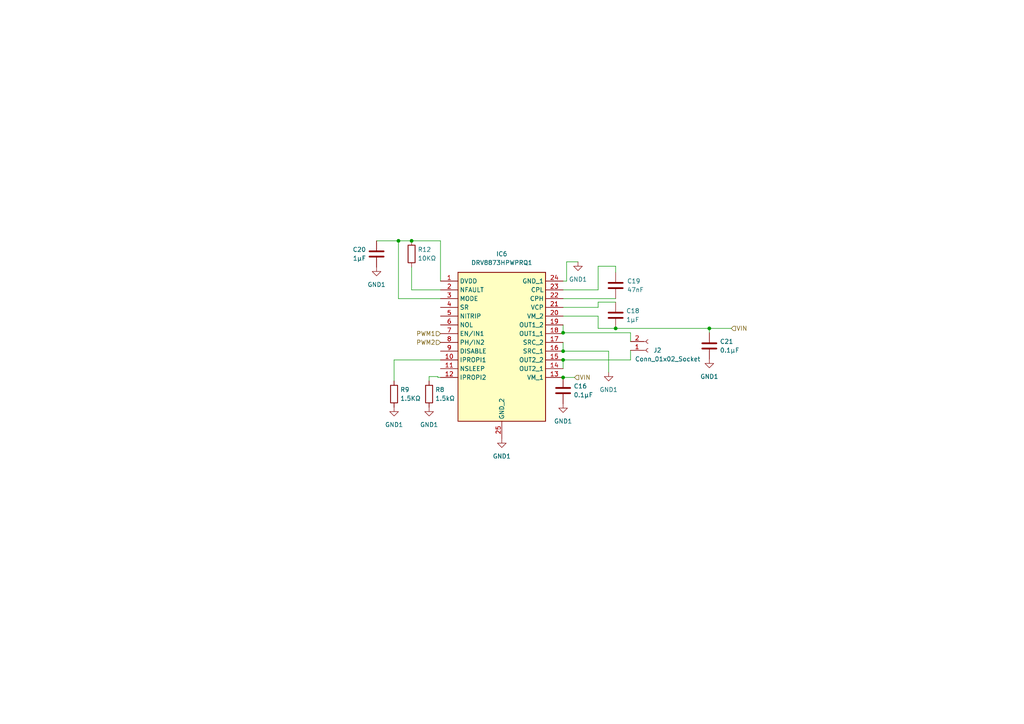
<source format=kicad_sch>
(kicad_sch (version 20230121) (generator eeschema)
  (paper "A4")
  (lib_symbols
    (symbol "Connector:Conn_01x02_Socket" (pin_names (offset 1.016) hide)
      (property "Reference" "J" (at 0 2.54 0))
      (property "Value" "Conn_01x02_Socket" (at 0 -5.08 0))
      (symbol "Conn_01x02_Socket_1_1"
        (arc (start 0 -2.032) (mid -0.5058 -2.54) (end 0 -3.048) (stroke (width 0.1524)))
        (polyline (pts (xy -1.27 -2.54) (xy -0.508 -2.54)) (stroke (width 0.1524)))
        (polyline (pts (xy -1.27 0) (xy -0.508 0)) (stroke (width 0.1524)))
        (arc (start 0 0.508) (mid -0.5058 0) (end 0 -0.508) (stroke (width 0.1524)))
        (pin passive line (at -5.08 0 0) (length 3.81) (name "Pin_1") (number "1"))
        (pin passive line (at -5.08 -2.54 0) (length 3.81) (name "Pin_2") (number "2"))
      )
    )
    (symbol "DRV8873HPWPRQ1:DRV8873HPWPRQ1"
      (property "Reference" "IC" (at 31.75 7.62 0))
      (property "Value" "DRV8873HPWPRQ1" (at 31.75 5.08 0))
      (symbol "DRV8873HPWPRQ1_1_1"
        (rectangle (start 5.08 2.54) (end 30.48 -40.64) (stroke (width 0.254)) (fill (type background)))
        (pin passive line (at 0 0 0) (length 5.08) (name "DVDD") (number "1"))
        (pin passive line (at 0 -22.86 0) (length 5.08) (name "IPROPI1") (number "10"))
        (pin passive line (at 0 -25.4 0) (length 5.08) (name "NSLEEP") (number "11"))
        (pin passive line (at 0 -27.94 0) (length 5.08) (name "IPROPI2") (number "12"))
        (pin passive line (at 35.56 -27.94 180) (length 5.08) (name "VM_1") (number "13"))
        (pin passive line (at 35.56 -25.4 180) (length 5.08) (name "OUT2_1") (number "14"))
        (pin passive line (at 35.56 -22.86 180) (length 5.08) (name "OUT2_2") (number "15"))
        (pin passive line (at 35.56 -20.32 180) (length 5.08) (name "SRC_1") (number "16"))
        (pin passive line (at 35.56 -17.78 180) (length 5.08) (name "SRC_2") (number "17"))
        (pin passive line (at 35.56 -15.24 180) (length 5.08) (name "OUT1_1") (number "18"))
        (pin passive line (at 35.56 -12.7 180) (length 5.08) (name "OUT1_2") (number "19"))
        (pin passive line (at 0 -2.54 0) (length 5.08) (name "NFAULT") (number "2"))
        (pin passive line (at 35.56 -10.16 180) (length 5.08) (name "VM_2") (number "20"))
        (pin passive line (at 35.56 -7.62 180) (length 5.08) (name "VCP") (number "21"))
        (pin passive line (at 35.56 -5.08 180) (length 5.08) (name "CPH") (number "22"))
        (pin passive line (at 35.56 -2.54 180) (length 5.08) (name "CPL") (number "23"))
        (pin passive line (at 35.56 0 180) (length 5.08) (name "GND_1") (number "24"))
        (pin passive line (at 17.78 -45.72 90) (length 5.08) (name "GND_2") (number "25"))
        (pin passive line (at 0 -5.08 0) (length 5.08) (name "MODE") (number "3"))
        (pin passive line (at 0 -7.62 0) (length 5.08) (name "SR") (number "4"))
        (pin passive line (at 0 -10.16 0) (length 5.08) (name "NITRIP") (number "5"))
        (pin passive line (at 0 -12.7 0) (length 5.08) (name "NOL") (number "6"))
        (pin passive line (at 0 -15.24 0) (length 5.08) (name "EN/IN1") (number "7"))
        (pin passive line (at 0 -17.78 0) (length 5.08) (name "PH/IN2") (number "8"))
        (pin passive line (at 0 -20.32 0) (length 5.08) (name "DISABLE") (number "9"))
      )
    )
    (symbol "Device:C" (pin_numbers hide) (pin_names (offset 0.254))
      (property "Reference" "C" (at 0.635 2.54 0))
      (property "Value" "C" (at 0.635 -2.54 0))
      (symbol "C_0_1"
        (polyline (pts (xy -2.032 -0.762) (xy 2.032 -0.762)) (stroke (width 0.508)))
        (polyline (pts (xy -2.032 0.762) (xy 2.032 0.762)) (stroke (width 0.508)))
      )
      (symbol "C_1_1"
        (pin passive line (at 0 3.81 270) (length 2.794) (name "~") (number "1"))
        (pin passive line (at 0 -3.81 90) (length 2.794) (name "~") (number "2"))
      )
    )
    (symbol "Device:R" (pin_numbers hide) (pin_names (offset 0))
      (property "Reference" "R" (at 2.032 0 90))
      (property "Value" "R" (at 0 0 90))
      (symbol "R_0_1"
        (rectangle (start -1.016 -2.54) (end 1.016 2.54) (stroke (width 0.254)))
      )
      (symbol "R_1_1"
        (pin passive line (at 0 3.81 270) (length 1.27) (name "~") (number "1"))
        (pin passive line (at 0 -3.81 90) (length 1.27) (name "~") (number "2"))
      )
    )
    (symbol "power:GND1" (power) (pin_names (offset 0))
      (property "Value" "GND1" (at 0 -3.81 0))
      (symbol "GND1_0_1"
        (polyline (pts (xy 0 0) (xy 0 -1.27) (xy 1.27 -1.27) (xy 0 -2.54) (xy -1.27 -1.27) (xy 0 -1.27)))
      )
      (symbol "GND1_1_1"
        (pin power_in line (at 0 0 270) (length 0) hide (name "GND1") (number "1"))
      )
    )
  )
  (junction (at 163.322 109.474))
  (junction (at 163.322 104.394))
  (junction (at 163.322 101.854))
  (junction (at 119.38 69.85))
  (junction (at 115.57 69.85))
  (junction (at 205.74 95.25))
  (junction (at 163.322 96.52))
  (junction (at 178.562 95.25))
  (wire (pts (xy 173.482 95.25) (xy 173.482 91.694)))
  (wire (pts (xy 173.482 77.216) (xy 178.562 77.216)))
  (wire (pts (xy 115.57 69.85) (xy 115.57 86.614)))
  (wire (pts (xy 115.57 86.614) (xy 127.762 86.614)))
  (wire (pts (xy 167.64 75.946) (xy 164.338 75.946)))
  (wire (pts (xy 127.762 69.85) (xy 127.762 81.534)))
  (wire (pts (xy 178.562 95.25) (xy 173.482 95.25)))
  (wire (pts (xy 176.53 101.854) (xy 163.322 101.854)))
  (wire (pts (xy 182.88 104.394) (xy 163.322 104.394)))
  (wire (pts (xy 119.38 84.074) (xy 127.762 84.074)))
  (wire (pts (xy 178.562 95.25) (xy 205.74 95.25)))
  (wire (pts (xy 178.562 77.216) (xy 178.562 78.994)))
  (wire (pts (xy 182.88 101.6) (xy 182.88 104.394)))
  (wire (pts (xy 205.74 96.52) (xy 205.74 95.25)))
  (wire (pts (xy 127 109.22) (xy 124.46 109.22)))
  (wire (pts (xy 182.88 96.52) (xy 163.322 96.52)))
  (wire (pts (xy 163.322 89.154) (xy 173.482 89.154)))
  (wire (pts (xy 163.322 86.614) (xy 178.562 86.614)))
  (wire (pts (xy 119.38 69.85) (xy 115.57 69.85)))
  (wire (pts (xy 119.38 69.85) (xy 127.762 69.85)))
  (wire (pts (xy 166.624 109.474) (xy 163.322 109.474)))
  (wire (pts (xy 173.482 77.216) (xy 173.482 84.074)))
  (wire (pts (xy 164.338 81.534) (xy 163.322 81.534)))
  (wire (pts (xy 163.322 96.52) (xy 163.322 96.774)))
  (wire (pts (xy 164.338 75.946) (xy 164.338 81.534)))
  (wire (pts (xy 163.322 99.314) (xy 163.322 101.854)))
  (wire (pts (xy 205.74 95.25) (xy 212.09 95.25)))
  (wire (pts (xy 173.482 84.074) (xy 163.322 84.074)))
  (wire (pts (xy 127 109.474) (xy 127.762 109.474)))
  (wire (pts (xy 182.88 99.06) (xy 182.88 96.52)))
  (wire (pts (xy 127 109.22) (xy 127 109.474)))
  (wire (pts (xy 163.322 91.694) (xy 173.482 91.694)))
  (wire (pts (xy 124.46 109.22) (xy 124.46 110.49)))
  (wire (pts (xy 114.3 104.394) (xy 127.762 104.394)))
  (wire (pts (xy 163.322 94.234) (xy 163.322 96.52)))
  (wire (pts (xy 163.322 104.394) (xy 163.322 106.934)))
  (wire (pts (xy 173.482 89.154) (xy 173.482 87.63)))
  (wire (pts (xy 119.38 77.47) (xy 119.38 84.074)))
  (wire (pts (xy 176.53 107.95) (xy 176.53 101.854)))
  (wire (pts (xy 115.57 69.85) (xy 109.22 69.85)))
  (wire (pts (xy 114.3 110.49) (xy 114.3 104.394)))
  (wire (pts (xy 173.482 87.63) (xy 178.562 87.63)))
  (hierarchical_label "PWM1" (shape input) (at 127.762 96.774 180))
  (hierarchical_label "VIN" (shape input) (at 212.09 95.25 0))
  (hierarchical_label "VIN" (shape input) (at 166.624 109.474 0))
  (hierarchical_label "PWM2" (shape input) (at 127.762 99.314 180))
  (symbol (lib_id "Device:C") (at 205.74 100.33 0) (unit 1)
    (property "Reference" "C21" (at 208.788 99.06 0) (effects (justify left)))
    (property "Value" "0.1μF" (at 208.788 101.6 0) (effects (justify left)))
    (property "Footprint" "Capacitor_SMD:C_0603_1608Metric_Pad1.08x0.95mm_HandSolder" (effects hide))
    (instances (project "mainboard2" (path "" (reference "C21") (unit 1)) (path "" (reference "C32") (unit 1)) (path "" (reference "C22") (unit 1)) (path "" (reference "C12") (unit 1)) (path "" (reference "C31") (unit 1)) (path "" (reference "C41") (unit 1))))
  )
  (symbol (lib_id "Device:R") (at 119.38 73.66 0) (unit 1)
    (property "Reference" "R12" (at 121.158 72.39 0) (effects (justify left)))
    (property "Value" "10KΩ" (at 121.158 74.93 0) (effects (justify left)))
    (property "Footprint" "Diode_SMD:D_0603_1608Metric_Pad1.05x0.95mm_HandSolder" (effects hide))
    (instances (project "mainboard2" (path "" (reference "R12") (unit 1)) (path "" (reference "R20") (unit 1)) (path "" (reference "R13") (unit 1)) (path "" (reference "R7") (unit 1)) (path "" (reference "R18") (unit 1)) (path "" (reference "R23") (unit 1))))
  )
  (symbol (lib_id "Device:C") (at 109.22 73.66 0) (mirror y) (unit 1)
    (property "Reference" "C20" (at 106.172 72.39 0) (effects (justify left)))
    (property "Value" "1μF" (at 106.172 74.93 0) (effects (justify left)))
    (property "Footprint" "Capacitor_SMD:C_0603_1608Metric_Pad1.08x0.95mm_HandSolder" (effects hide))
    (instances (project "mainboard2" (path "" (reference "C20") (unit 1)) (path "" (reference "C33") (unit 1)) (path "" (reference "C23") (unit 1)) (path "" (reference "C13") (unit 1)) (path "" (reference "C30") (unit 1)) (path "" (reference "C40") (unit 1))))
  )
  (symbol (lib_id "Device:R") (at 114.3 114.3 0) (unit 1)
    (property "Reference" "R9" (at 116.078 113.03 0) (effects (justify left)))
    (property "Value" "1.5KΩ" (at 116.078 115.57 0) (effects (justify left)))
    (property "Footprint" "Capacitor_SMD:C_0603_1608Metric_Pad1.08x0.95mm_HandSolder" (effects hide))
    (instances (project "mainboard2" (path "" (reference "R9") (unit 1)) (path "" (reference "R22") (unit 1)) (path "" (reference "R16") (unit 1)) (path "" (reference "R10") (unit 1)) (path "" (reference "R15") (unit 1)) (path "" (reference "R21") (unit 1))))
  )
  (symbol (lib_id "Connector:Conn_01x02_Socket") (at 187.96 101.6 0) (mirror x) (unit 1)
    (property "Reference" "J2" (at 189.484 101.6 0) (effects (justify left)))
    (property "Value" "Conn_01x02_Socket" (at 184.15 104.14 0) (effects (justify left)))
    (property "Footprint" "Connector_AMASS:AMASS_XT30PW-M_1x02_P2.50mm_Horizontal" (effects hide))
    (instances (project "mainboard2" (path "" (reference "J2") (unit 1)) (path "" (reference "J2") (unit 1)) (path "" (reference "J3") (unit 1)) (path "" (reference "J8") (unit 1)) (path "" (reference "J6") (unit 1)) (path "" (reference "J4") (unit 1)) (path "" (reference "J5") (unit 1)) (path "" (reference "J7") (unit 1))))
  )
  (symbol (lib_id "power:GND1") (at 145.542 127.254 0) (unit 1)
    (property "Reference" "#PWR098" (effects hide))
    (property "Value" "GND1" (at 145.542 132.334 0))
    (instances (project "mainboard2" (path "" (reference "#PWR098") (unit 1)) (path "" (reference "#PWR090") (unit 1)) (path "" (reference "#PWR0114") (unit 1)) (path "" (reference "#PWR082") (unit 1)) (path "" (reference "#PWR0106") (unit 1)) (path "" (reference "#PWR0130") (unit 1))))
  )
  (symbol (lib_id "DRV8873HPWPRQ1:DRV8873HPWPRQ1") (at 127.762 81.534 0) (unit 1)
    (property "Reference" "IC6" (at 145.542 73.66 0))
    (property "Value" "DRV8873HPWPRQ1" (at 145.542 76.2 0))
    (property "Footprint" "Library:SOP65P640X120-25N" (effects hide))
    (property "Datasheet" "http://www.ti.com/lit/gpn/drv8873-q1" (effects hide))
    (property "Height" "1.2" (effects hide))
    (property "Mouser Part Number" "595-DRV8873HPWPRQ1" (effects hide))
    (property "Mouser Price/Stock" "https://www.mouser.co.uk/ProductDetail/Texas-Instruments/DRV8873HPWPRQ1?qs=w%2Fv1CP2dgqrCNdiHMz2IxA%3D%3D" (effects hide))
    (property "Manufacturer_Name" "Texas Instruments" (effects hide))
    (property "Manufacturer_Part_Number" "DRV8873HPWPRQ1" (effects hide))
    (instances (project "mainboard2" (path "" (reference "IC6") (unit 1)) (path "" (reference "IC9") (unit 1)) (path "" (reference "IC7") (unit 1)) (path "" (reference "IC5") (unit 1)) (path "" (reference "IC8") (unit 1)) (path "" (reference "IC10") (unit 1))))
  )
  (symbol (lib_id "Device:R") (at 124.46 114.3 0) (unit 1)
    (property "Reference" "R8" (at 126.238 113.03 0) (effects (justify left)))
    (property "Value" "1.5kΩ" (at 126.238 115.57 0) (effects (justify left)))
    (property "Footprint" "Capacitor_SMD:C_0603_1608Metric_Pad1.08x0.95mm_HandSolder" (effects hide))
    (instances (project "mainboard2" (path "" (reference "R8") (unit 1)) (path "" (reference "R24") (unit 1)) (path "" (reference "R17") (unit 1)) (path "" (reference "R11") (unit 1)) (path "" (reference "R14") (unit 1)) (path "" (reference "R19") (unit 1))))
  )
  (symbol (lib_id "power:GND1") (at 176.53 107.95 0) (unit 1)
    (property "Reference" "#PWR0101" (effects hide))
    (property "Value" "GND1" (at 176.53 113.03 0))
    (instances (project "mainboard2" (path "" (reference "#PWR0101") (unit 1)) (path "" (reference "#PWR093") (unit 1)) (path "" (reference "#PWR0117") (unit 1)) (path "" (reference "#PWR085") (unit 1)) (path "" (reference "#PWR0109") (unit 1)) (path "" (reference "#PWR0133") (unit 1))))
  )
  (symbol (lib_id "Device:C") (at 178.562 82.804 0) (unit 1)
    (property "Reference" "C19" (at 181.864 81.534 0) (effects (justify left)))
    (property "Value" "47nF" (at 181.864 84.074 0) (effects (justify left)))
    (property "Footprint" "Capacitor_SMD:C_0603_1608Metric_Pad1.08x0.95mm_HandSolder" (effects hide))
    (instances (project "mainboard2" (path "" (reference "C19") (unit 1)) (path "" (reference "C35") (unit 1)) (path "" (reference "C24") (unit 1)) (path "" (reference "C14") (unit 1)) (path "" (reference "C29") (unit 1)) (path "" (reference "C39") (unit 1))))
  )
  (symbol (lib_id "Device:C") (at 178.562 91.44 0) (unit 1)
    (property "Reference" "C18" (at 181.61 90.17 0) (effects (justify left)))
    (property "Value" "1μF" (at 181.61 92.71 0) (effects (justify left)))
    (property "Footprint" "Capacitor_SMD:C_0603_1608Metric_Pad1.08x0.95mm_HandSolder" (effects hide))
    (instances (project "mainboard2" (path "" (reference "C18") (unit 1)) (path "" (reference "C36") (unit 1)) (path "" (reference "C26") (unit 1)) (path "" (reference "C15") (unit 1)) (path "" (reference "C27") (unit 1)) (path "" (reference "C37") (unit 1))))
  )
  (symbol (lib_id "power:GND1") (at 205.74 104.14 0) (unit 1)
    (property "Reference" "#PWR0102" (effects hide))
    (property "Value" "GND1" (at 205.74 109.22 0))
    (instances (project "mainboard2" (path "" (reference "#PWR0102") (unit 1)) (path "" (reference "#PWR094") (unit 1)) (path "" (reference "#PWR0118") (unit 1)) (path "" (reference "#PWR086") (unit 1)) (path "" (reference "#PWR0110") (unit 1)) (path "" (reference "#PWR0134") (unit 1))))
  )
  (symbol (lib_id "Device:C") (at 163.322 113.284 0) (unit 1)
    (property "Reference" "C16" (at 166.37 112.014 0) (effects (justify left)))
    (property "Value" "0.1μF" (at 166.37 114.554 0) (effects (justify left)))
    (property "Footprint" "Capacitor_SMD:C_0603_1608Metric_Pad1.08x0.95mm_HandSolder" (effects hide))
    (instances (project "mainboard2" (path "" (reference "C16") (unit 1)) (path "" (reference "C38") (unit 1)) (path "" (reference "C28") (unit 1)) (path "" (reference "C17") (unit 1)) (path "" (reference "C25") (unit 1)) (path "" (reference "C34") (unit 1))))
  )
  (symbol (lib_id "power:GND1") (at 114.3 118.11 0) (unit 1)
    (property "Reference" "#PWR096" (effects hide))
    (property "Value" "GND1" (at 114.3 123.19 0))
    (instances (project "mainboard2" (path "" (reference "#PWR096") (unit 1)) (path "" (reference "#PWR088") (unit 1)) (path "" (reference "#PWR0112") (unit 1)) (path "" (reference "#PWR080") (unit 1)) (path "" (reference "#PWR0104") (unit 1)) (path "" (reference "#PWR0128") (unit 1))))
  )
  (symbol (lib_id "power:GND1") (at 167.64 75.946 0) (unit 1)
    (property "Reference" "#PWR0100" (effects hide))
    (property "Value" "GND1" (at 167.64 81.026 0))
    (instances (project "mainboard2" (path "" (reference "#PWR0100") (unit 1)) (path "" (reference "#PWR092") (unit 1)) (path "" (reference "#PWR0116") (unit 1)) (path "" (reference "#PWR084") (unit 1)) (path "" (reference "#PWR0108") (unit 1)) (path "" (reference "#PWR0132") (unit 1))))
  )
  (symbol (lib_id "power:GND1") (at 124.46 118.11 0) (unit 1)
    (property "Reference" "#PWR097" (effects hide))
    (property "Value" "GND1" (at 124.46 123.19 0))
    (instances (project "mainboard2" (path "" (reference "#PWR097") (unit 1)) (path "" (reference "#PWR089") (unit 1)) (path "" (reference "#PWR0113") (unit 1)) (path "" (reference "#PWR081") (unit 1)) (path "" (reference "#PWR0105") (unit 1)) (path "" (reference "#PWR0129") (unit 1))))
  )
  (symbol (lib_id "power:GND1") (at 163.322 117.094 0) (unit 1)
    (property "Reference" "#PWR099" (effects hide))
    (property "Value" "GND1" (at 163.322 122.174 0))
    (instances (project "mainboard2" (path "" (reference "#PWR099") (unit 1)) (path "" (reference "#PWR091") (unit 1)) (path "" (reference "#PWR0115") (unit 1)) (path "" (reference "#PWR083") (unit 1)) (path "" (reference "#PWR0107") (unit 1)) (path "" (reference "#PWR0131") (unit 1))))
  )
  (symbol (lib_id "power:GND1") (at 109.22 77.47 0) (unit 1)
    (property "Reference" "#PWR095" (effects hide))
    (property "Value" "GND1" (at 109.22 82.55 0))
    (instances (project "mainboard2" (path "" (reference "#PWR095") (unit 1)) (path "" (reference "#PWR087") (unit 1)) (path "" (reference "#PWR0111") (unit 1)) (path "" (reference "#PWR079") (unit 1)) (path "" (reference "#PWR0103") (unit 1)) (path "" (reference "#PWR0127") (unit 1))))
  )
)
</source>
